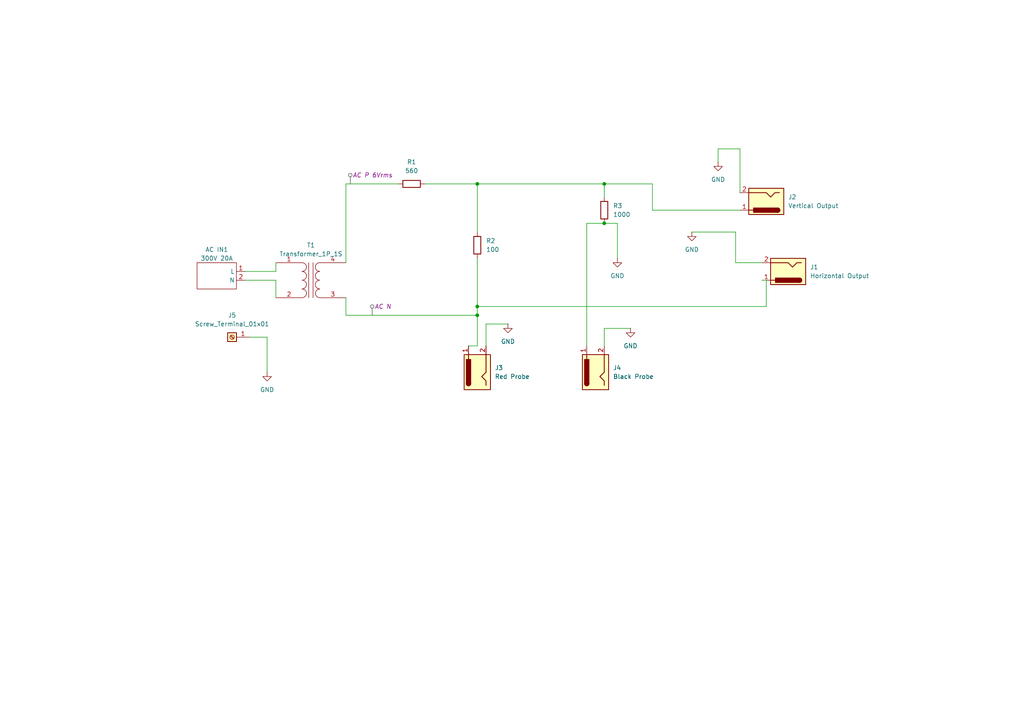
<source format=kicad_sch>
(kicad_sch (version 20231120) (generator "eeschema") (generator_version "8.0")
  (paper "A4")
  (lib_symbols
    (symbol "Connector:Barrel_Jack" (pin_names (offset 1.016))
      (property "Reference" "J" (at 0 5.334 0))
      (property "Value" "Barrel_Jack" (at 0 -5.08 0))
      (symbol "Barrel_Jack_0_1"
        (rectangle (start -5.08 3.81) (end 5.08 -3.81) (stroke (width 0.254)) (fill (type background)))
        (arc (start -3.302 3.175) (mid -3.9343 2.54) (end -3.302 1.905) (stroke (width 0.254)))
        (arc (start -3.302 3.175) (mid -3.9343 2.54) (end -3.302 1.905) (stroke (width 0.254)) (fill (type outline)))
        (polyline (pts (xy 5.08 2.54) (xy 3.81 2.54)) (stroke (width 0.254)))
        (polyline (pts (xy -3.81 -2.54) (xy -2.54 -2.54) (xy -1.27 -1.27) (xy 0 -2.54) (xy 2.54 -2.54) (xy 5.08 -2.54)) (stroke (width 0.254)))
        (rectangle (start 3.683 3.175) (end -3.302 1.905) (stroke (width 0.254)) (fill (type outline)))
      )
      (symbol "Barrel_Jack_1_1"
        (pin passive line (at 7.62 2.54 180) (length 2.54) (name "~") (number "1"))
        (pin passive line (at 7.62 -2.54 180) (length 2.54) (name "~") (number "2"))
      )
    )
    (symbol "Connector:Screw_Terminal_01x01" (pin_names (offset 1.016) hide)
      (property "Reference" "J" (at 0 2.54 0))
      (property "Value" "Screw_Terminal_01x01" (at 0 -2.54 0))
      (symbol "Screw_Terminal_01x01_1_1"
        (rectangle (start -1.27 1.27) (end 1.27 -1.27) (stroke (width 0.254)) (fill (type background)))
        (polyline (pts (xy -0.5334 0.3302) (xy 0.3302 -0.508)) (stroke (width 0.1524)))
        (polyline (pts (xy -0.3556 0.508) (xy 0.508 -0.3302)) (stroke (width 0.1524)))
        (circle (center 0 0) (radius 0.635) (stroke (width 0.1524)))
        (pin passive line (at -5.08 0 0) (length 3.81) (name "Pin_1") (number "1"))
      )
    )
    (symbol "Device:R" (pin_numbers hide) (pin_names (offset 0))
      (property "Reference" "R" (at 2.032 0 90))
      (property "Value" "R" (at 0 0 90))
      (symbol "R_0_1"
        (rectangle (start -1.016 -2.54) (end 1.016 2.54) (stroke (width 0.254)))
      )
      (symbol "R_1_1"
        (pin passive line (at 0 3.81 270) (length 1.27) (name "~") (number "1"))
        (pin passive line (at 0 -3.81 90) (length 1.27) (name "~") (number "2"))
      )
    )
    (symbol "Device:Transformer_1P_1S" (pin_names (offset 1.016) hide)
      (property "Reference" "T" (at 0 6.35 0))
      (property "Value" "Transformer_1P_1S" (at 0 -7.62 0))
      (symbol "Transformer_1P_1S_0_1"
        (arc (start -2.54 -5.0546) (mid -1.6599 -4.6901) (end -1.27 -3.81))
        (arc (start -2.54 -2.5146) (mid -1.6599 -2.1501) (end -1.27 -1.27))
        (arc (start -2.54 0.0254) (mid -1.6599 0.3899) (end -1.27 1.27))
        (arc (start -2.54 2.5654) (mid -1.6599 2.9299) (end -1.27 3.81))
        (arc (start -1.27 -3.81) (mid -1.642 -2.912) (end -2.54 -2.54))
        (arc (start -1.27 -1.27) (mid -1.642 -0.372) (end -2.54 0))
        (arc (start -1.27 1.27) (mid -1.642 2.168) (end -2.54 2.54))
        (arc (start -1.27 3.81) (mid -1.642 4.708) (end -2.54 5.08))
        (polyline (pts (xy -0.635 5.08) (xy -0.635 -5.08)))
        (polyline (pts (xy 0.635 -5.08) (xy 0.635 5.08)))
        (arc (start 1.2954 -1.27) (mid 1.6599 -2.1501) (end 2.54 -2.5146))
        (arc (start 1.2954 1.27) (mid 1.6599 0.3899) (end 2.54 0.0254))
        (arc (start 1.2954 3.81) (mid 1.6599 2.9299) (end 2.54 2.5654))
        (arc (start 1.3208 -3.81) (mid 1.6853 -4.6901) (end 2.5654 -5.0546))
        (arc (start 2.54 0) (mid 1.642 -0.372) (end 1.2954 -1.27))
        (arc (start 2.54 2.54) (mid 1.642 2.168) (end 1.2954 1.27))
        (arc (start 2.54 5.08) (mid 1.642 4.708) (end 1.2954 3.81))
        (arc (start 2.5654 -2.54) (mid 1.6674 -2.912) (end 1.3208 -3.81))
      )
      (symbol "Transformer_1P_1S_1_1"
        (pin passive line (at -10.16 5.08 0) (length 7.62) (name "AA") (number "1"))
        (pin passive line (at -10.16 -5.08 0) (length 7.62) (name "AB") (number "2"))
        (pin passive line (at 10.16 -5.08 180) (length 7.62) (name "SA") (number "3"))
        (pin passive line (at 10.16 5.08 180) (length 7.62) (name "SB") (number "4"))
      )
    )
    (symbol "octotool:iec_plug"
      (property "Reference" "AC IN" (at 0 0 0))
      (symbol "iec_plug_0_1"
        (rectangle (start -5.08 8.89) (end 6.35 1.27))
      )
      (symbol "iec_plug_1_1"
        (pin output line (at 8.89 6.35 180) (length 2.54) (name "L") (number "1"))
        (pin output line (at 8.89 3.81 180) (length 2.54) (name "N") (number "2"))
      )
    )
    (symbol "power:GND" (power) (pin_numbers hide) (pin_names (offset 0) hide)
      (property "Value" "GND" (at 0 -3.81 0))
      (symbol "GND_0_1"
        (polyline (pts (xy 0 0) (xy 0 -1.27) (xy 1.27 -1.27) (xy 0 -2.54) (xy -1.27 -1.27) (xy 0 -1.27)))
      )
      (symbol "GND_1_1"
        (pin power_in line (at 0 0 270) (length 0) (name "~") (number "1"))
      )
    )
  )
  (junction (at 175.26 64.77))
  (junction (at 138.43 91.44))
  (junction (at 138.43 53.34))
  (junction (at 175.26 53.34))
  (junction (at 138.43 88.9))
  (wire (pts (xy 123.19 53.34) (xy 138.43 53.34)))
  (wire (pts (xy 179.07 74.93) (xy 179.07 64.77)))
  (wire (pts (xy 100.33 53.34) (xy 115.57 53.34)))
  (wire (pts (xy 138.43 88.9) (xy 138.43 91.44)))
  (wire (pts (xy 140.97 93.98) (xy 140.97 100.33)))
  (wire (pts (xy 200.66 67.31) (xy 213.36 67.31)))
  (wire (pts (xy 170.18 64.77) (xy 170.18 100.33)))
  (wire (pts (xy 100.33 91.44) (xy 138.43 91.44)))
  (wire (pts (xy 77.47 97.79) (xy 72.39 97.79)))
  (wire (pts (xy 208.28 43.18) (xy 214.63 43.18)))
  (wire (pts (xy 138.43 88.9) (xy 222.25 88.9)))
  (wire (pts (xy 138.43 53.34) (xy 175.26 53.34)))
  (wire (pts (xy 138.43 53.34) (xy 138.43 67.31)))
  (wire (pts (xy 222.25 88.9) (xy 222.25 81.28)))
  (wire (pts (xy 175.26 64.77) (xy 170.18 64.77)))
  (wire (pts (xy 100.33 86.36) (xy 100.33 91.44)))
  (wire (pts (xy 71.12 78.74) (xy 80.01 78.74)))
  (wire (pts (xy 189.23 60.96) (xy 189.23 53.34)))
  (wire (pts (xy 147.32 93.98) (xy 140.97 93.98)))
  (wire (pts (xy 138.43 100.33) (xy 135.89 100.33)))
  (wire (pts (xy 213.36 76.2) (xy 220.98 76.2)))
  (wire (pts (xy 175.26 53.34) (xy 175.26 57.15)))
  (wire (pts (xy 80.01 81.28) (xy 80.01 86.36)))
  (wire (pts (xy 214.63 60.96) (xy 189.23 60.96)))
  (wire (pts (xy 214.63 43.18) (xy 214.63 55.88)))
  (wire (pts (xy 208.28 46.99) (xy 208.28 43.18)))
  (wire (pts (xy 213.36 67.31) (xy 213.36 76.2)))
  (wire (pts (xy 80.01 78.74) (xy 80.01 76.2)))
  (wire (pts (xy 77.47 107.95) (xy 77.47 97.79)))
  (wire (pts (xy 175.26 95.25) (xy 175.26 100.33)))
  (wire (pts (xy 138.43 91.44) (xy 138.43 100.33)))
  (wire (pts (xy 100.33 76.2) (xy 100.33 53.34)))
  (wire (pts (xy 138.43 88.9) (xy 138.43 74.93)))
  (wire (pts (xy 189.23 53.34) (xy 175.26 53.34)))
  (wire (pts (xy 71.12 81.28) (xy 80.01 81.28)))
  (wire (pts (xy 182.88 95.25) (xy 175.26 95.25)))
  (wire (pts (xy 222.25 81.28) (xy 220.98 81.28)))
  (wire (pts (xy 179.07 64.77) (xy 175.26 64.77)))
  (netclass_flag "" (length 2.54) (shape round) (at 107.95 91.44 0) (property "Netclass" "AC N" (at 108.6485 88.9 0) (effects (font (italic yes)) (justify left))))
  (netclass_flag "" (length 2.54) (shape round) (at 101.6 53.34 0) (property "Netclass" "AC P 6Vrms" (at 102.2985 50.8 0) (effects (font (italic yes)) (justify left))))
  (symbol (lib_id "Device:R") (at 175.26 60.96 180) (unit 1)
    (property "Reference" "R3" (at 177.8 59.6899 0) (effects (justify right)))
    (property "Value" "1000" (at 177.8 62.2299 0) (effects (justify right)))
    (property "Footprint" "Resistor_SMD:R_1020_2550Metric_Pad1.33x5.20mm_HandSolder" (effects (hide yes)))
    (property "Description" "Resistor" (effects (hide yes)))
  )
  (symbol (lib_id "Device:R") (at 138.43 71.12 180) (unit 1)
    (property "Reference" "R2" (at 140.97 69.8499 0) (effects (justify right)))
    (property "Value" "100" (at 140.97 72.3899 0) (effects (justify right)))
    (property "Footprint" "Resistor_SMD:R_1020_2550Metric_Pad1.33x5.20mm_HandSolder" (effects (hide yes)))
    (property "Description" "Resistor" (effects (hide yes)))
  )
  (symbol (lib_id "power:GND") (at 77.47 107.95 0) (unit 1)
    (property "Reference" "#PWR06" (effects (hide yes)))
    (property "Value" "GND" (at 77.47 113.03 0))
    (property "Description" "Power symbol creates a global label with name \"GND\" , ground" (effects (hide yes)))
  )
  (symbol (lib_id "power:GND") (at 147.32 93.98 0) (unit 1)
    (property "Reference" "#PWR03" (effects (hide yes)))
    (property "Value" "GND" (at 147.32 99.06 0))
    (property "Description" "Power symbol creates a global label with name \"GND\" , ground" (effects (hide yes)))
  )
  (symbol (lib_id "Connector:Barrel_Jack") (at 228.6 78.74 180) (unit 1)
    (property "Reference" "J1" (at 234.95 77.4699 0) (effects (justify right)))
    (property "Value" "Horizontal Output" (at 234.95 80.0099 0) (effects (justify right)))
    (property "Footprint" "Connector_BarrelJack:BarrelJack_CLIFF_FC681465S_SMT_Horizontal" (effects (hide yes)))
    (property "Description" "DC Barrel Jack" (effects (hide yes)))
  )
  (symbol (lib_id "octotool:iec_plug") (at 62.23 85.09 0) (unit 1)
    (property "Reference" "AC IN1" (at 62.865 72.39 0))
    (property "Value" "300V 20A" (at 62.865 74.93 0))
    (property "Footprint" "octotool:XY2500R Receptacle" (effects (hide yes)))
  )
  (symbol (lib_id "power:GND") (at 200.66 67.31 0) (unit 1)
    (property "Reference" "#PWR02" (effects (hide yes)))
    (property "Value" "GND" (at 200.66 72.39 0))
    (property "Description" "Power symbol creates a global label with name \"GND\" , ground" (effects (hide yes)))
  )
  (symbol (lib_id "Connector:Barrel_Jack") (at 222.25 58.42 180) (unit 1)
    (property "Reference" "J2" (at 228.6 57.1499 0) (effects (justify right)))
    (property "Value" "Vertical Output" (at 228.6 59.6899 0) (effects (justify right)))
    (property "Footprint" "Connector_BarrelJack:BarrelJack_CLIFF_FC681465S_SMT_Horizontal" (effects (hide yes)))
    (property "Description" "DC Barrel Jack" (effects (hide yes)))
  )
  (symbol (lib_id "Device:R") (at 119.38 53.34 90) (unit 1)
    (property "Reference" "R1" (at 119.38 46.99 90))
    (property "Value" "560" (at 119.38 49.53 90))
    (property "Footprint" "Resistor_SMD:R_1020_2550Metric_Pad1.33x5.20mm_HandSolder" (effects (hide yes)))
    (property "Description" "Resistor" (effects (hide yes)))
  )
  (symbol (lib_id "power:GND") (at 208.28 46.99 0) (unit 1)
    (property "Reference" "#PWR04" (effects (hide yes)))
    (property "Value" "GND" (at 208.28 52.07 0))
    (property "Description" "Power symbol creates a global label with name \"GND\" , ground" (effects (hide yes)))
  )
  (symbol (lib_id "Device:Transformer_1P_1S") (at 90.17 81.28 0) (unit 1)
    (property "Reference" "T1" (at 90.1827 71.12 0))
    (property "Value" "Transformer_1P_1S" (at 90.1827 73.66 0))
    (property "Footprint" "Transformer_SMD:Transformer_Coilcraft_CST1" (effects (hide yes)))
    (property "Description" "Transformer, single primary, single secondary" (effects (hide yes)))
  )
  (symbol (lib_id "Connector:Barrel_Jack") (at 172.72 107.95 90) (unit 1)
    (property "Reference" "J4" (at 177.8 106.6799 90) (effects (justify right)))
    (property "Value" "Black Probe" (at 177.8 109.2199 90) (effects (justify right)))
    (property "Footprint" "Connector_BarrelJack:BarrelJack_CLIFF_FC681465S_SMT_Horizontal" (effects (hide yes)))
    (property "Description" "DC Barrel Jack" (effects (hide yes)))
  )
  (symbol (lib_id "Connector:Barrel_Jack") (at 138.43 107.95 90) (unit 1)
    (property "Reference" "J3" (at 143.51 106.6799 90) (effects (justify right)))
    (property "Value" "Red Probe" (at 143.51 109.2199 90) (effects (justify right)))
    (property "Footprint" "Connector_BarrelJack:BarrelJack_CLIFF_FC681465S_SMT_Horizontal" (effects (hide yes)))
    (property "Description" "DC Barrel Jack" (effects (hide yes)))
  )
  (symbol (lib_id "power:GND") (at 182.88 95.25 0) (unit 1)
    (property "Reference" "#PWR05" (effects (hide yes)))
    (property "Value" "GND" (at 182.88 100.33 0))
    (property "Description" "Power symbol creates a global label with name \"GND\" , ground" (effects (hide yes)))
  )
  (symbol (lib_id "Connector:Screw_Terminal_01x01") (at 67.31 97.79 180) (unit 1)
    (property "Reference" "J5" (at 67.31 91.44 0))
    (property "Value" "Screw_Terminal_01x01" (at 67.31 93.98 0))
    (property "Footprint" "TerminalBlock_MetzConnect:TerminalBlock_MetzConnect_360271_1x01_Horizontal_ScrewM3.0_Boxed" (effects (hide yes)))
    (property "Description" "Generic screw terminal, single row, 01x01, script generated (kicad-library-utils/schlib/autogen/connector/)" (effects (hide yes)))
  )
  (symbol (lib_id "power:GND") (at 179.07 74.93 0) (unit 1)
    (property "Reference" "#PWR01" (effects (hide yes)))
    (property "Value" "GND" (at 179.07 80.01 0))
    (property "Description" "Power symbol creates a global label with name \"GND\" , ground" (effects (hide yes)))
  )
)
</source>
